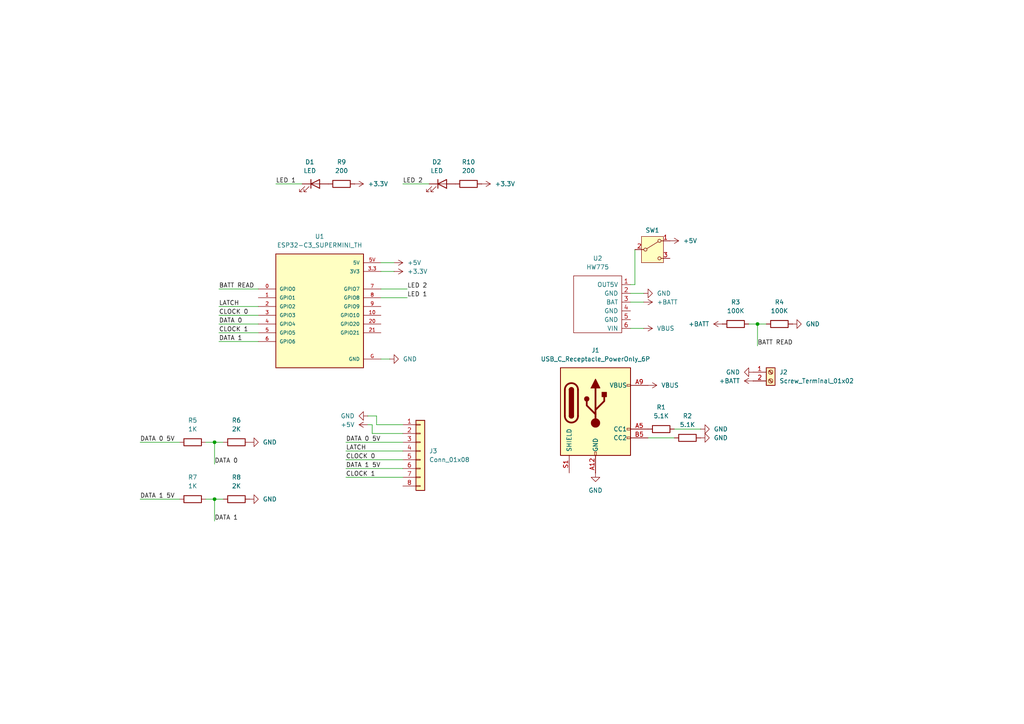
<source format=kicad_sch>
(kicad_sch (version 20250114) (generator "eeschema") (generator_version "9.0")
  (paper "A4")
  (lib_symbols
    (symbol "Connector:Screw_Terminal_01x02" (pin_names (offset 1.016) (hide yes))
      (property "Reference" "J" (at 0 2.54 0))
      (property "Value" "Screw_Terminal_01x02" (at 0 -5.08 0))
      (symbol "Screw_Terminal_01x02_1_1"
        (rectangle (start -1.27 1.27) (end 1.27 -3.81) (stroke (width 0.254)) (fill (type background)))
        (polyline (pts (xy -0.5334 0.3302) (xy 0.3302 -0.508)) (stroke (width 0.1524)))
        (polyline (pts (xy -0.5334 -2.2098) (xy 0.3302 -3.048)) (stroke (width 0.1524)))
        (polyline (pts (xy -0.3556 0.508) (xy 0.508 -0.3302)) (stroke (width 0.1524)))
        (polyline (pts (xy -0.3556 -2.032) (xy 0.508 -2.8702)) (stroke (width 0.1524)))
        (circle (center 0 0) (radius 0.635) (stroke (width 0.1524)))
        (circle (center 0 -2.54) (radius 0.635) (stroke (width 0.1524)))
        (pin passive line (at -5.08 0 0) (length 3.81) (name "Pin_1") (number "1"))
        (pin passive line (at -5.08 -2.54 0) (length 3.81) (name "Pin_2") (number "2"))
      )
    )
    (symbol "Connector:USB_C_Receptacle_PowerOnly_6P" (pin_names (offset 1.016))
      (property "Reference" "J" (at 0 16.51 0))
      (property "Value" "USB_C_Receptacle_PowerOnly_6P" (at 0 13.97 0))
      (symbol "USB_C_Receptacle_PowerOnly_6P_0_0"
        (rectangle (start -0.254 -12.7) (end 0.254 -11.684))
        (rectangle (start 10.16 7.874) (end 9.144 7.366))
        (rectangle (start 10.16 -4.826) (end 9.144 -5.334))
        (rectangle (start 10.16 -7.366) (end 9.144 -7.874))
      )
      (symbol "USB_C_Receptacle_PowerOnly_6P_0_1"
        (rectangle (start -10.16 12.7) (end 10.16 -12.7) (stroke (width 0.254)) (fill (type background)))
        (polyline (pts (xy -8.89 -1.27) (xy -8.89 6.35)) (stroke (width 0.508)))
        (rectangle (start -7.62 -1.27) (end -6.35 6.35) (stroke (width 0.254)) (fill (type outline)))
        (arc (start -7.62 6.35) (mid -6.985 6.9823) (end -6.35 6.35) (stroke (width 0.254)))
        (arc (start -7.62 6.35) (mid -6.985 6.9823) (end -6.35 6.35) (stroke (width 0.254)) (fill (type outline)))
        (arc (start -8.89 6.35) (mid -6.985 8.2467) (end -5.08 6.35) (stroke (width 0.508)))
        (arc (start -5.08 -1.27) (mid -6.985 -3.1667) (end -8.89 -1.27) (stroke (width 0.508)))
        (arc (start -6.35 -1.27) (mid -6.985 -1.9023) (end -7.62 -1.27) (stroke (width 0.254)))
        (arc (start -6.35 -1.27) (mid -6.985 -1.9023) (end -7.62 -1.27) (stroke (width 0.254)) (fill (type outline)))
        (polyline (pts (xy -5.08 6.35) (xy -5.08 -1.27)) (stroke (width 0.508)))
        (circle (center -2.54 3.683) (radius 0.635) (stroke (width 0.254)) (fill (type outline)))
        (polyline (pts (xy -1.27 6.858) (xy 0 9.398) (xy 1.27 6.858) (xy -1.27 6.858)) (stroke (width 0.254)) (fill (type outline)))
        (polyline (pts (xy 0 0.508) (xy 2.54 3.048) (xy 2.54 4.318)) (stroke (width 0.508)))
        (polyline (pts (xy 0 -0.762) (xy -2.54 1.778) (xy -2.54 3.048)) (stroke (width 0.508)))
        (polyline (pts (xy 0 -3.302) (xy 0 6.858)) (stroke (width 0.508)))
        (circle (center 0 -3.302) (radius 1.27) (fill (type outline)))
        (rectangle (start 1.905 4.318) (end 3.175 5.588) (stroke (width 0.254)) (fill (type outline)))
      )
      (symbol "USB_C_Receptacle_PowerOnly_6P_1_1"
        (pin passive line (at -7.62 -17.78 90) (length 5.08) (name "SHIELD") (number "S1"))
        (pin passive line (at 0 -17.78 90) (length 5.08) (name "GND") (number "A12"))
        (pin passive line (at 0 -17.78 90) (length 5.08) (hide yes) (name "GND") (number "B12"))
        (pin passive line (at 15.24 7.62 180) (length 5.08) (name "VBUS") (number "A9"))
        (pin passive line (at 15.24 7.62 180) (length 5.08) (hide yes) (name "VBUS") (number "B9"))
        (pin bidirectional line (at 15.24 -5.08 180) (length 5.08) (name "CC1") (number "A5"))
        (pin bidirectional line (at 15.24 -7.62 180) (length 5.08) (name "CC2") (number "B5"))
      )
    )
    (symbol "Connector_Generic:Conn_01x08" (pin_names (offset 1.016) (hide yes))
      (property "Reference" "J" (at 0 10.16 0))
      (property "Value" "Conn_01x08" (at 0 -12.7 0))
      (symbol "Conn_01x08_1_1"
        (rectangle (start -1.27 8.89) (end 1.27 -11.43) (stroke (width 0.254)) (fill (type background)))
        (rectangle (start -1.27 7.747) (end 0 7.493) (stroke (width 0.1524)))
        (rectangle (start -1.27 5.207) (end 0 4.953) (stroke (width 0.1524)))
        (rectangle (start -1.27 2.667) (end 0 2.413) (stroke (width 0.1524)))
        (rectangle (start -1.27 0.127) (end 0 -0.127) (stroke (width 0.1524)))
        (rectangle (start -1.27 -2.413) (end 0 -2.667) (stroke (width 0.1524)))
        (rectangle (start -1.27 -4.953) (end 0 -5.207) (stroke (width 0.1524)))
        (rectangle (start -1.27 -7.493) (end 0 -7.747) (stroke (width 0.1524)))
        (rectangle (start -1.27 -10.033) (end 0 -10.287) (stroke (width 0.1524)))
        (pin passive line (at -5.08 7.62 0) (length 3.81) (name "Pin_1") (number "1"))
        (pin passive line (at -5.08 5.08 0) (length 3.81) (name "Pin_2") (number "2"))
        (pin passive line (at -5.08 2.54 0) (length 3.81) (name "Pin_3") (number "3"))
        (pin passive line (at -5.08 0 0) (length 3.81) (name "Pin_4") (number "4"))
        (pin passive line (at -5.08 -2.54 0) (length 3.81) (name "Pin_5") (number "5"))
        (pin passive line (at -5.08 -5.08 0) (length 3.81) (name "Pin_6") (number "6"))
        (pin passive line (at -5.08 -7.62 0) (length 3.81) (name "Pin_7") (number "7"))
        (pin passive line (at -5.08 -10.16 0) (length 3.81) (name "Pin_8") (number "8"))
      )
    )
    (symbol "Device:LED" (pin_numbers (hide yes)) (pin_names (offset 1.016) (hide yes))
      (property "Reference" "D" (at 0 2.54 0))
      (property "Value" "LED" (at 0 -2.54 0))
      (symbol "LED_0_1"
        (polyline (pts (xy -3.048 -0.762) (xy -4.572 -2.286) (xy -3.81 -2.286) (xy -4.572 -2.286) (xy -4.572 -1.524)))
        (polyline (pts (xy -1.778 -0.762) (xy -3.302 -2.286) (xy -2.54 -2.286) (xy -3.302 -2.286) (xy -3.302 -1.524)))
        (polyline (pts (xy -1.27 0) (xy 1.27 0)))
        (polyline (pts (xy -1.27 -1.27) (xy -1.27 1.27)) (stroke (width 0.254)))
        (polyline (pts (xy 1.27 -1.27) (xy 1.27 1.27) (xy -1.27 0) (xy 1.27 -1.27)) (stroke (width 0.254)))
      )
      (symbol "LED_1_1"
        (pin passive line (at -3.81 0 0) (length 2.54) (name "K") (number "1"))
        (pin passive line (at 3.81 0 180) (length 2.54) (name "A") (number "2"))
      )
    )
    (symbol "Device:R" (pin_numbers (hide yes)) (pin_names (offset 0))
      (property "Reference" "R" (at 2.032 0 90))
      (property "Value" "R" (at 0 0 90))
      (symbol "R_0_1"
        (rectangle (start -1.016 -2.54) (end 1.016 2.54) (stroke (width 0.254)))
      )
      (symbol "R_1_1"
        (pin passive line (at 0 3.81 270) (length 1.27) (name "~") (number "1"))
        (pin passive line (at 0 -3.81 90) (length 1.27) (name "~") (number "2"))
      )
    )
    (symbol "Switch:SW_SPDT" (pin_names (offset 0) (hide yes))
      (property "Reference" "SW" (at 0 5.08 0))
      (property "Value" "SW_SPDT" (at 0 -5.08 0))
      (symbol "SW_SPDT_0_1"
        (circle (center -2.032 0) (radius 0.4572))
        (polyline (pts (xy -1.651 0.254) (xy 1.651 2.286)))
        (circle (center 2.032 2.54) (radius 0.4572))
        (circle (center 2.032 -2.54) (radius 0.4572))
      )
      (symbol "SW_SPDT_1_1"
        (rectangle (start -3.175 3.81) (end 3.175 -3.81) (fill (type background)))
        (pin passive line (at -5.08 0 0) (length 2.54) (name "B") (number "2"))
        (pin passive line (at 5.08 2.54 180) (length 2.54) (name "A") (number "1"))
        (pin passive line (at 5.08 -2.54 180) (length 2.54) (name "C") (number "3"))
      )
    )
    (symbol "bt-nes-advantage:ESP32-C3_SUPERMINI_TH" (pin_names (offset 1.016))
      (property "Reference" "U" (at -12.7 16.002 0))
      (property "Value" "ESP32-C3_SUPERMINI_TH" (at -12.7 -20.32 0))
      (symbol "ESP32-C3_SUPERMINI_TH_0_0"
        (rectangle (start -12.7 15.24) (end 12.7 -17.78) (stroke (width 0.254)) (fill (type background)))
        (pin bidirectional line (at -17.78 5.08 0) (length 5.08) (name "GPIO0") (number "0"))
        (pin bidirectional line (at -17.78 2.54 0) (length 5.08) (name "GPIO1") (number "1"))
        (pin bidirectional line (at -17.78 0 0) (length 5.08) (name "GPIO2") (number "2"))
        (pin bidirectional line (at -17.78 -2.54 0) (length 5.08) (name "GPIO3") (number "3"))
        (pin bidirectional line (at -17.78 -5.08 0) (length 5.08) (name "GPIO4") (number "4"))
        (pin bidirectional line (at -17.78 -7.62 0) (length 5.08) (name "GPIO5") (number "5"))
        (pin bidirectional line (at -17.78 -10.16 0) (length 5.08) (name "GPIO6") (number "6"))
        (pin power_in line (at 17.78 12.7 180) (length 5.08) (name "5V") (number "5V"))
        (pin power_in line (at 17.78 10.16 180) (length 5.08) (name "3V3") (number "3.3"))
        (pin bidirectional line (at 17.78 5.08 180) (length 5.08) (name "GPIO7") (number "7"))
        (pin bidirectional line (at 17.78 2.54 180) (length 5.08) (name "GPIO8") (number "8"))
        (pin bidirectional line (at 17.78 0 180) (length 5.08) (name "GPIO9") (number "9"))
        (pin bidirectional line (at 17.78 -2.54 180) (length 5.08) (name "GPIO10") (number "10"))
        (pin bidirectional line (at 17.78 -5.08 180) (length 5.08) (name "GPIO20") (number "20"))
        (pin bidirectional line (at 17.78 -7.62 180) (length 5.08) (name "GPIO21") (number "21"))
        (pin power_in line (at 17.78 -15.24 180) (length 5.08) (name "GND") (number "G"))
      )
    )
    (symbol "bt-nes-advantage:HW775" (pin_names (offset 1.016))
      (property "Reference" "U" (at 1.27 -1.27 0))
      (property "Value" "HW775" (at 1.27 7.62 90))
      (symbol "HW775_0_1"
        (rectangle (start 13.97 16.51) (end 0 0))
      )
      (symbol "HW775_1_1"
        (pin power_out line (at 16.51 13.97 180) (length 2.54) (name "OUT5V") (number "1"))
        (pin passive line (at 16.51 11.43 180) (length 2.54) (name "GND") (number "2"))
        (pin power_out line (at 16.51 8.89 180) (length 2.54) (name "BAT") (number "3"))
        (pin passive line (at 16.51 6.35 180) (length 2.54) (name "GND") (number "4"))
        (pin passive line (at 16.51 3.81 180) (length 2.54) (name "GND") (number "5"))
        (pin power_in line (at 16.51 1.27 180) (length 2.54) (name "VIN") (number "6"))
      )
    )
    (symbol "power:+3.3V" (power) (pin_numbers (hide yes)) (pin_names (offset 0) (hide yes))
      (property "Value" "+3.3V" (at 0 3.556 0))
      (symbol "+3.3V_0_1"
        (polyline (pts (xy -0.762 1.27) (xy 0 2.54)))
        (polyline (pts (xy 0 2.54) (xy 0.762 1.27)))
        (polyline (pts (xy 0 0) (xy 0 2.54)))
      )
      (symbol "+3.3V_1_1"
        (pin power_in line (at 0 0 90) (length 0) (name "~") (number "1"))
      )
    )
    (symbol "power:+5V" (power) (pin_numbers (hide yes)) (pin_names (offset 0) (hide yes))
      (property "Value" "+5V" (at 0 3.556 0))
      (symbol "+5V_0_1"
        (polyline (pts (xy -0.762 1.27) (xy 0 2.54)))
        (polyline (pts (xy 0 2.54) (xy 0.762 1.27)))
        (polyline (pts (xy 0 0) (xy 0 2.54)))
      )
      (symbol "+5V_1_1"
        (pin power_in line (at 0 0 90) (length 0) (name "~") (number "1"))
      )
    )
    (symbol "power:+BATT" (power) (pin_numbers (hide yes)) (pin_names (offset 0) (hide yes))
      (property "Value" "+BATT" (at 0 3.556 0))
      (symbol "+BATT_0_1"
        (polyline (pts (xy -0.762 1.27) (xy 0 2.54)))
        (polyline (pts (xy 0 2.54) (xy 0.762 1.27)))
        (polyline (pts (xy 0 0) (xy 0 2.54)))
      )
      (symbol "+BATT_1_1"
        (pin power_in line (at 0 0 90) (length 0) (name "~") (number "1"))
      )
    )
    (symbol "power:GND" (power) (pin_numbers (hide yes)) (pin_names (offset 0) (hide yes))
      (property "Value" "GND" (at 0 -3.81 0))
      (symbol "GND_0_1"
        (polyline (pts (xy 0 0) (xy 0 -1.27) (xy 1.27 -1.27) (xy 0 -2.54) (xy -1.27 -1.27) (xy 0 -1.27)))
      )
      (symbol "GND_1_1"
        (pin power_in line (at 0 0 270) (length 0) (name "~") (number "1"))
      )
    )
    (symbol "power:VBUS" (power) (pin_numbers (hide yes)) (pin_names (offset 0) (hide yes))
      (property "Value" "VBUS" (at 0 3.556 0))
      (symbol "VBUS_0_1"
        (polyline (pts (xy -0.762 1.27) (xy 0 2.54)))
        (polyline (pts (xy 0 2.54) (xy 0.762 1.27)))
        (polyline (pts (xy 0 0) (xy 0 2.54)))
      )
      (symbol "VBUS_1_1"
        (pin power_in line (at 0 0 90) (length 0) (name "~") (number "1"))
      )
    )
  )
  (junction (at 62.23 144.78))
  (junction (at 219.71 93.98))
  (junction (at 62.23 128.27))
  (wire (pts (xy 62.23 151.13) (xy 62.23 144.78)))
  (wire (pts (xy 63.5 88.9) (xy 74.93 88.9)))
  (wire (pts (xy 62.23 134.62) (xy 62.23 128.27)))
  (wire (pts (xy 203.2 124.46) (xy 195.58 124.46)))
  (wire (pts (xy 63.5 96.52) (xy 74.93 96.52)))
  (wire (pts (xy 80.01 53.34) (xy 87.63 53.34)))
  (wire (pts (xy 109.22 120.65) (xy 109.22 123.19)))
  (wire (pts (xy 184.15 82.55) (xy 184.15 72.39)))
  (wire (pts (xy 107.95 125.73) (xy 116.84 125.73)))
  (wire (pts (xy 219.71 93.98) (xy 222.25 93.98)))
  (wire (pts (xy 63.5 99.06) (xy 74.93 99.06)))
  (wire (pts (xy 107.95 123.19) (xy 107.95 125.73)))
  (wire (pts (xy 219.71 100.33) (xy 219.71 93.98)))
  (wire (pts (xy 186.69 85.09) (xy 182.88 85.09)))
  (wire (pts (xy 114.3 78.74) (xy 110.49 78.74)))
  (wire (pts (xy 62.23 128.27) (xy 64.77 128.27)))
  (wire (pts (xy 63.5 91.44) (xy 74.93 91.44)))
  (wire (pts (xy 63.5 83.82) (xy 74.93 83.82)))
  (wire (pts (xy 40.64 128.27) (xy 52.07 128.27)))
  (wire (pts (xy 100.33 133.35) (xy 116.84 133.35)))
  (wire (pts (xy 100.33 130.81) (xy 116.84 130.81)))
  (wire (pts (xy 109.22 120.65) (xy 106.68 120.65)))
  (wire (pts (xy 100.33 135.89) (xy 116.84 135.89)))
  (wire (pts (xy 195.58 127) (xy 187.96 127)))
  (wire (pts (xy 59.69 128.27) (xy 62.23 128.27)))
  (wire (pts (xy 186.69 95.25) (xy 182.88 95.25)))
  (wire (pts (xy 59.69 144.78) (xy 62.23 144.78)))
  (wire (pts (xy 62.23 144.78) (xy 64.77 144.78)))
  (wire (pts (xy 113.03 104.14) (xy 110.49 104.14)))
  (wire (pts (xy 63.5 93.98) (xy 74.93 93.98)))
  (wire (pts (xy 114.3 76.2) (xy 110.49 76.2)))
  (wire (pts (xy 109.22 123.19) (xy 116.84 123.19)))
  (wire (pts (xy 182.88 82.55) (xy 184.15 82.55)))
  (wire (pts (xy 106.68 123.19) (xy 107.95 123.19)))
  (wire (pts (xy 100.33 138.43) (xy 116.84 138.43)))
  (wire (pts (xy 116.84 53.34) (xy 124.46 53.34)))
  (wire (pts (xy 118.11 83.82) (xy 110.49 83.82)))
  (wire (pts (xy 217.17 93.98) (xy 219.71 93.98)))
  (wire (pts (xy 186.69 87.63) (xy 182.88 87.63)))
  (wire (pts (xy 118.11 86.36) (xy 110.49 86.36)))
  (wire (pts (xy 100.33 128.27) (xy 116.84 128.27)))
  (wire (pts (xy 40.64 144.78) (xy 52.07 144.78)))
  (label "DATA 1 5V" (at 100.33 135.89 0))
  (label "CLOCK 0" (at 100.33 133.35 0))
  (label "DATA 0" (at 63.5 93.98 0))
  (label "CLOCK 0" (at 63.5 91.44 0))
  (label "DATA 0 5V" (at 100.33 128.27 0))
  (label "BATT READ" (at 219.71 100.33 0))
  (label "DATA 0" (at 62.23 134.62 0))
  (label "LATCH" (at 100.33 130.81 0))
  (label "DATA 0 5V" (at 40.64 128.27 0))
  (label "LED 2" (at 116.84 53.34 0))
  (label "LED 2" (at 118.11 83.82 0))
  (label "DATA 1 5V" (at 40.64 144.78 0))
  (label "LATCH" (at 63.5 88.9 0))
  (label "DATA 1" (at 62.23 151.13 0))
  (label "LED 1" (at 118.11 86.36 0))
  (label "LED 1" (at 80.01 53.34 0))
  (label "BATT READ" (at 63.5 83.82 0))
  (label "CLOCK 1" (at 100.33 138.43 0))
  (label "DATA 1" (at 63.5 99.06 0))
  (label "CLOCK 1" (at 63.5 96.52 0))
  (symbol (lib_id "power:GND") (at 172.72 137.16 0) (unit 1)
    (property "Reference" "#PWR07" (effects (hide yes)))
    (property "Value" "GND" (at 172.72 142.24 0))
    (property "Description" "Power symbol creates a global label with name \"GND\" , ground" (effects (hide yes)))
  )
  (symbol (lib_id "power:GND") (at 229.87 93.98 90) (unit 1)
    (property "Reference" "#PWR015" (effects (hide yes)))
    (property "Value" "GND" (at 233.68 93.9799 90) (effects (justify right)))
    (property "Description" "Power symbol creates a global label with name \"GND\" , ground" (effects (hide yes)))
  )
  (symbol (lib_id "power:GND") (at 218.44 107.95 270) (unit 1)
    (property "Reference" "#PWR011" (effects (hide yes)))
    (property "Value" "GND" (at 214.63 107.9499 90) (effects (justify right)))
    (property "Description" "Power symbol creates a global label with name \"GND\" , ground" (effects (hide yes)))
  )
  (symbol (lib_id "power:GND") (at 72.39 144.78 90) (unit 1)
    (property "Reference" "#PWR020" (effects (hide yes)))
    (property "Value" "GND" (at 76.2 144.7799 90) (effects (justify right)))
    (property "Description" "Power symbol creates a global label with name \"GND\" , ground" (effects (hide yes)))
  )
  (symbol (lib_id "power:VBUS") (at 187.96 111.76 270) (unit 1)
    (property "Reference" "#PWR05" (effects (hide yes)))
    (property "Value" "VBUS" (at 191.77 111.7599 90) (effects (justify left)))
    (property "Description" "Power symbol creates a global label with name \"VBUS\"" (effects (hide yes)))
  )
  (symbol (lib_id "power:+5V") (at 194.31 69.85 270) (unit 1)
    (property "Reference" "#PWR01" (effects (hide yes)))
    (property "Value" "+5V" (at 198.12 69.8499 90) (effects (justify left)))
    (property "Description" "Power symbol creates a global label with name \"+5V\"" (effects (hide yes)))
  )
  (symbol (lib_id "Device:R") (at 226.06 93.98 90) (unit 1)
    (property "Reference" "R4" (at 226.06 87.63 90))
    (property "Value" "100K" (at 226.06 90.17 90))
    (property "Footprint" "Resistor_SMD:R_0201_0603Metric_Pad0.64x0.40mm_HandSolder" (effects (hide yes)))
    (property "Description" "Resistor" (effects (hide yes)))
  )
  (symbol (lib_id "Device:LED") (at 128.27 53.34 0) (unit 1)
    (property "Reference" "D2" (at 126.6825 46.99 0))
    (property "Value" "LED" (at 126.6825 49.53 0))
    (property "Footprint" "LED_SMD:LED_0201_0603Metric_Pad0.64x0.40mm_HandSolder" (effects (hide yes)))
    (property "Description" "Light emitting diode" (effects (hide yes)))
    (property "Sim.Pins" "1=K 2=A" (effects (hide yes)))
  )
  (symbol (lib_id "power:+BATT") (at 186.69 87.63 270) (unit 1)
    (property "Reference" "#PWR010" (effects (hide yes)))
    (property "Value" "+BATT" (at 190.5 87.6299 90) (effects (justify left)))
    (property "Description" "Power symbol creates a global label with name \"+BATT\"" (effects (hide yes)))
  )
  (symbol (lib_id "Connector:USB_C_Receptacle_PowerOnly_6P") (at 172.72 119.38 0) (unit 1)
    (property "Reference" "J1" (at 172.72 101.6 0))
    (property "Value" "USB_C_Receptacle_PowerOnly_6P" (at 172.72 104.14 0))
    (property "Footprint" "Connector_USB:USB_C_Receptacle_GCT_USB4125-xx-x-0190_6P_TopMnt_Horizontal" (effects (hide yes)))
    (property "Datasheet" "https://www.usb.org/sites/default/files/documents/usb_type-c.zip" (effects (hide yes)))
    (property "Description" "USB Power-Only 6P Type-C Receptacle connector" (effects (hide yes)))
  )
  (symbol (lib_id "Device:R") (at 191.77 124.46 90) (unit 1)
    (property "Reference" "R1" (at 191.77 118.11 90))
    (property "Value" "5.1K" (at 191.77 120.65 90))
    (property "Footprint" "Resistor_SMD:R_0201_0603Metric_Pad0.64x0.40mm_HandSolder" (effects (hide yes)))
    (property "Description" "Resistor" (effects (hide yes)))
  )
  (symbol (lib_id "Device:R") (at 55.88 144.78 90) (unit 1)
    (property "Reference" "R7" (at 55.88 138.43 90))
    (property "Value" "1K" (at 55.88 140.97 90))
    (property "Footprint" "Resistor_SMD:R_0201_0603Metric_Pad0.64x0.40mm_HandSolder" (effects (hide yes)))
    (property "Description" "Resistor" (effects (hide yes)))
  )
  (symbol (lib_id "power:+BATT") (at 218.44 110.49 90) (unit 1)
    (property "Reference" "#PWR09" (effects (hide yes)))
    (property "Value" "+BATT" (at 214.63 110.4899 90) (effects (justify left)))
    (property "Description" "Power symbol creates a global label with name \"+BATT\"" (effects (hide yes)))
  )
  (symbol (lib_id "Device:R") (at 199.39 127 90) (unit 1)
    (property "Reference" "R2" (at 199.39 120.65 90))
    (property "Value" "5.1K" (at 199.39 123.19 90))
    (property "Footprint" "Resistor_SMD:R_0201_0603Metric_Pad0.64x0.40mm_HandSolder" (effects (hide yes)))
    (property "Description" "Resistor" (effects (hide yes)))
  )
  (symbol (lib_id "power:+5V") (at 114.3 76.2 270) (unit 1)
    (property "Reference" "#PWR04" (effects (hide yes)))
    (property "Value" "+5V" (at 118.11 76.1999 90) (effects (justify left)))
    (property "Description" "Power symbol creates a global label with name \"+5V\"" (effects (hide yes)))
  )
  (symbol (lib_id "Device:R") (at 135.89 53.34 90) (unit 1)
    (property "Reference" "R10" (at 135.89 46.99 90))
    (property "Value" "200" (at 135.89 49.53 90))
    (property "Footprint" "Resistor_SMD:R_0201_0603Metric_Pad0.64x0.40mm_HandSolder" (effects (hide yes)))
    (property "Description" "Resistor" (effects (hide yes)))
  )
  (symbol (lib_id "power:GND") (at 113.03 104.14 90) (unit 1)
    (property "Reference" "#PWR08" (effects (hide yes)))
    (property "Value" "GND" (at 116.84 104.1399 90) (effects (justify right)))
    (property "Description" "Power symbol creates a global label with name \"GND\" , ground" (effects (hide yes)))
  )
  (symbol (lib_id "Connector_Generic:Conn_01x08") (at 121.92 130.81 0) (unit 1)
    (property "Reference" "J3" (at 124.46 130.8099 0) (effects (justify left)))
    (property "Value" "Conn_01x08" (at 124.46 133.3499 0) (effects (justify left)))
    (property "Footprint" "Connector_PinHeader_2.54mm:PinHeader_1x08_P2.54mm_Horizontal" (effects (hide yes)))
    (property "Description" "Generic connector, single row, 01x08, script generated (kicad-library-utils/schlib/autogen/connector/)" (effects (hide yes)))
  )
  (symbol (lib_id "power:+3.3V") (at 102.87 53.34 270) (unit 1)
    (property "Reference" "#PWR018" (effects (hide yes)))
    (property "Value" "+3.3V" (at 106.68 53.3399 90) (effects (justify left)))
    (property "Description" "Power symbol creates a global label with name \"+3.3V\"" (effects (hide yes)))
  )
  (symbol (lib_id "power:+BATT") (at 209.55 93.98 90) (unit 1)
    (property "Reference" "#PWR014" (effects (hide yes)))
    (property "Value" "+BATT" (at 205.74 93.9799 90) (effects (justify left)))
    (property "Description" "Power symbol creates a global label with name \"+BATT\"" (effects (hide yes)))
  )
  (symbol (lib_id "power:+5V") (at 106.68 123.19 90) (unit 1)
    (property "Reference" "#PWR016" (effects (hide yes)))
    (property "Value" "+5V" (at 102.87 123.1899 90) (effects (justify left)))
    (property "Description" "Power symbol creates a global label with name \"+5V\"" (effects (hide yes)))
  )
  (symbol (lib_id "Switch:SW_SPDT") (at 189.23 72.39 0) (unit 1)
    (property "Reference" "SW1" (at 189.23 66.802 0))
    (property "Footprint" "Button_Switch_THT:SW_Slide_SPDT_Angled_CK_OS102011MA1Q" (effects (hide yes)))
    (property "Description" "Switch, single pole double throw" (effects (hide yes)))
  )
  (symbol (lib_id "power:GND") (at 203.2 127 90) (unit 1)
    (property "Reference" "#PWR013" (effects (hide yes)))
    (property "Value" "GND" (at 207.01 126.9999 90) (effects (justify right)))
    (property "Description" "Power symbol creates a global label with name \"GND\" , ground" (effects (hide yes)))
  )
  (symbol (lib_id "power:GND") (at 72.39 128.27 90) (unit 1)
    (property "Reference" "#PWR019" (effects (hide yes)))
    (property "Value" "GND" (at 76.2 128.2699 90) (effects (justify right)))
    (property "Description" "Power symbol creates a global label with name \"GND\" , ground" (effects (hide yes)))
  )
  (symbol (lib_id "Device:LED") (at 91.44 53.34 0) (unit 1)
    (property "Reference" "D1" (at 89.8525 46.99 0))
    (property "Value" "LED" (at 89.8525 49.53 0))
    (property "Footprint" "LED_SMD:LED_0201_0603Metric_Pad0.64x0.40mm_HandSolder" (effects (hide yes)))
    (property "Description" "Light emitting diode" (effects (hide yes)))
    (property "Sim.Pins" "1=K 2=A" (effects (hide yes)))
  )
  (symbol (lib_id "Connector:Screw_Terminal_01x02") (at 223.52 107.95 0) (unit 1)
    (property "Reference" "J2" (at 226.06 107.9499 0) (effects (justify left)))
    (property "Value" "Screw_Terminal_01x02" (at 226.06 110.4899 0) (effects (justify left)))
    (property "Footprint" "TerminalBlock_Phoenix:TerminalBlock_Phoenix_PT-1,5-2-5.0-H_1x02_P5.00mm_Horizontal" (effects (hide yes)))
    (property "Description" "Generic screw terminal, single row, 01x02, script generated (kicad-library-utils/schlib/autogen/connector/)" (effects (hide yes)))
  )
  (symbol (lib_id "bt-nes-advantage:HW775") (at 166.37 96.52 0) (unit 1)
    (property "Reference" "U2" (at 173.355 74.93 0))
    (property "Value" "HW775" (at 173.355 77.47 0))
    (property "Footprint" "bt-nes-advantage:Charger2A" (effects (hide yes)))
  )
  (symbol (lib_id "power:GND") (at 186.69 85.09 90) (unit 1)
    (property "Reference" "#PWR02" (effects (hide yes)))
    (property "Value" "GND" (at 190.5 85.0899 90) (effects (justify right)))
    (property "Description" "Power symbol creates a global label with name \"GND\" , ground" (effects (hide yes)))
  )
  (symbol (lib_id "Device:R") (at 68.58 144.78 90) (unit 1)
    (property "Reference" "R8" (at 68.58 138.43 90))
    (property "Value" "2K" (at 68.58 140.97 90))
    (property "Footprint" "Resistor_SMD:R_0201_0603Metric_Pad0.64x0.40mm_HandSolder" (effects (hide yes)))
    (property "Description" "Resistor" (effects (hide yes)))
  )
  (symbol (lib_id "power:GND") (at 106.68 120.65 270) (unit 1)
    (property "Reference" "#PWR017" (effects (hide yes)))
    (property "Value" "GND" (at 102.87 120.6499 90) (effects (justify right)))
    (property "Description" "Power symbol creates a global label with name \"GND\" , ground" (effects (hide yes)))
  )
  (symbol (lib_id "Device:R") (at 99.06 53.34 90) (unit 1)
    (property "Reference" "R9" (at 99.06 46.99 90))
    (property "Value" "200" (at 99.06 49.53 90))
    (property "Footprint" "Resistor_SMD:R_0201_0603Metric_Pad0.64x0.40mm_HandSolder" (effects (hide yes)))
    (property "Description" "Resistor" (effects (hide yes)))
  )
  (symbol (lib_id "power:VBUS") (at 186.69 95.25 270) (unit 1)
    (property "Reference" "#PWR06" (effects (hide yes)))
    (property "Value" "VBUS" (at 190.5 95.2499 90) (effects (justify left)))
    (property "Description" "Power symbol creates a global label with name \"VBUS\"" (effects (hide yes)))
  )
  (symbol (lib_id "bt-nes-advantage:ESP32-C3_SUPERMINI_TH") (at 92.71 88.9 0) (unit 1)
    (property "Reference" "U1" (at 92.71 68.58 0))
    (property "Value" "ESP32-C3_SUPERMINI_TH" (at 92.71 71.12 0))
    (property "Footprint" "bt-nes-advantage:MODULE_ESP32-C3_SUPERMINI" (effects (hide yes)))
    (property "MF" "Espressif Systems" (effects (hide yes)))
    (property "MAXIMUM_PACKAGE_HEIGHT" "4.2mm" (effects (hide yes)))
    (property "Package" "Package" (effects (hide yes)))
    (property "Price" "None" (effects (hide yes)))
    (property "Check_prices" "https://www.snapeda.com/parts/ESP32-C3%20SuperMini_TH/Espressif+Systems/view-part/?ref=eda" (effects (hide yes)))
    (property "STANDARD" "Manufacturer Recommendations" (effects (hide yes)))
    (property "SnapEDA_Link" "https://www.snapeda.com/parts/ESP32-C3%20SuperMini_TH/Espressif+Systems/view-part/?ref=snap" (effects (hide yes)))
    (property "MP" "ESP32-C3 SuperMini_TH" (effects (hide yes)))
    (property "Description_1" "Super tiny ESP32-C3 board" (effects (hide yes)))
    (property "Availability" "Not in stock" (effects (hide yes)))
    (property "MANUFACTURER" "Espressif" (effects (hide yes)))
  )
  (symbol (lib_id "Device:R") (at 213.36 93.98 90) (unit 1)
    (property "Reference" "R3" (at 213.36 87.63 90))
    (property "Value" "100K" (at 213.36 90.17 90))
    (property "Footprint" "Resistor_SMD:R_0201_0603Metric_Pad0.64x0.40mm_HandSolder" (effects (hide yes)))
    (property "Description" "Resistor" (effects (hide yes)))
  )
  (symbol (lib_id "Device:R") (at 68.58 128.27 90) (unit 1)
    (property "Reference" "R6" (at 68.58 121.92 90))
    (property "Value" "2K" (at 68.58 124.46 90))
    (property "Footprint" "Resistor_SMD:R_0201_0603Metric_Pad0.64x0.40mm_HandSolder" (effects (hide yes)))
    (property "Description" "Resistor" (effects (hide yes)))
  )
  (symbol (lib_id "power:+3.3V") (at 114.3 78.74 270) (unit 1)
    (property "Reference" "#PWR03" (effects (hide yes)))
    (property "Value" "+3.3V" (at 118.11 78.7399 90) (effects (justify left)))
    (property "Description" "Power symbol creates a global label with name \"+3.3V\"" (effects (hide yes)))
  )
  (symbol (lib_id "Device:R") (at 55.88 128.27 90) (unit 1)
    (property "Reference" "R5" (at 55.88 121.92 90))
    (property "Value" "1K" (at 55.88 124.46 90))
    (property "Footprint" "Resistor_SMD:R_0201_0603Metric_Pad0.64x0.40mm_HandSolder" (effects (hide yes)))
    (property "Description" "Resistor" (effects (hide yes)))
  )
  (symbol (lib_id "power:+3.3V") (at 139.7 53.34 270) (unit 1)
    (property "Reference" "#PWR021" (effects (hide yes)))
    (property "Value" "+3.3V" (at 143.51 53.3399 90) (effects (justify left)))
    (property "Description" "Power symbol creates a global label with name \"+3.3V\"" (effects (hide yes)))
  )
  (symbol (lib_id "power:GND") (at 203.2 124.46 90) (unit 1)
    (property "Reference" "#PWR012" (effects (hide yes)))
    (property "Value" "GND" (at 207.01 124.4599 90) (effects (justify right)))
    (property "Description" "Power symbol creates a global label with name \"GND\" , ground" (effects (hide yes)))
  )
)
</source>
